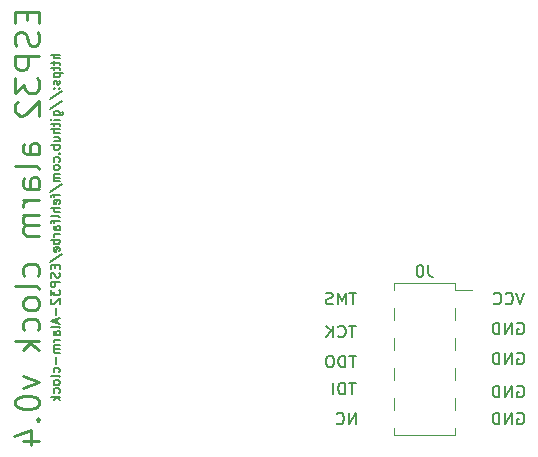
<source format=gbr>
%TF.GenerationSoftware,KiCad,Pcbnew,6.0.10-86aedd382b~118~ubuntu22.04.1*%
%TF.CreationDate,2023-01-08T15:51:37+01:00*%
%TF.ProjectId,mp3alarm,6d703361-6c61-4726-9d2e-6b696361645f,v0.2*%
%TF.SameCoordinates,Original*%
%TF.FileFunction,Legend,Bot*%
%TF.FilePolarity,Positive*%
%FSLAX46Y46*%
G04 Gerber Fmt 4.6, Leading zero omitted, Abs format (unit mm)*
G04 Created by KiCad (PCBNEW 6.0.10-86aedd382b~118~ubuntu22.04.1) date 2023-01-08 15:51:37*
%MOMM*%
%LPD*%
G01*
G04 APERTURE LIST*
%ADD10C,0.150000*%
%ADD11C,0.228600*%
%ADD12C,0.127000*%
%ADD13C,0.120000*%
G04 APERTURE END LIST*
D10*
X92225714Y-104084380D02*
X92225714Y-103084380D01*
X91654285Y-104084380D01*
X91654285Y-103084380D01*
X90606666Y-103989142D02*
X90654285Y-104036761D01*
X90797142Y-104084380D01*
X90892380Y-104084380D01*
X91035238Y-104036761D01*
X91130476Y-103941523D01*
X91178095Y-103846285D01*
X91225714Y-103655809D01*
X91225714Y-103512952D01*
X91178095Y-103322476D01*
X91130476Y-103227238D01*
X91035238Y-103132000D01*
X90892380Y-103084380D01*
X90797142Y-103084380D01*
X90654285Y-103132000D01*
X90606666Y-103179619D01*
X105917904Y-95512000D02*
X106013142Y-95464380D01*
X106156000Y-95464380D01*
X106298857Y-95512000D01*
X106394095Y-95607238D01*
X106441714Y-95702476D01*
X106489333Y-95892952D01*
X106489333Y-96035809D01*
X106441714Y-96226285D01*
X106394095Y-96321523D01*
X106298857Y-96416761D01*
X106156000Y-96464380D01*
X106060761Y-96464380D01*
X105917904Y-96416761D01*
X105870285Y-96369142D01*
X105870285Y-96035809D01*
X106060761Y-96035809D01*
X105441714Y-96464380D02*
X105441714Y-95464380D01*
X104870285Y-96464380D01*
X104870285Y-95464380D01*
X104394095Y-96464380D02*
X104394095Y-95464380D01*
X104156000Y-95464380D01*
X104013142Y-95512000D01*
X103917904Y-95607238D01*
X103870285Y-95702476D01*
X103822666Y-95892952D01*
X103822666Y-96035809D01*
X103870285Y-96226285D01*
X103917904Y-96321523D01*
X104013142Y-96416761D01*
X104156000Y-96464380D01*
X104394095Y-96464380D01*
D11*
X64370857Y-69136380D02*
X64370857Y-69813714D01*
X65435238Y-70104000D02*
X65435238Y-69136380D01*
X63403238Y-69136380D01*
X63403238Y-70104000D01*
X65338476Y-70878095D02*
X65435238Y-71168380D01*
X65435238Y-71652190D01*
X65338476Y-71845714D01*
X65241714Y-71942476D01*
X65048190Y-72039238D01*
X64854666Y-72039238D01*
X64661142Y-71942476D01*
X64564380Y-71845714D01*
X64467619Y-71652190D01*
X64370857Y-71265142D01*
X64274095Y-71071619D01*
X64177333Y-70974857D01*
X63983809Y-70878095D01*
X63790285Y-70878095D01*
X63596761Y-70974857D01*
X63500000Y-71071619D01*
X63403238Y-71265142D01*
X63403238Y-71748952D01*
X63500000Y-72039238D01*
X65435238Y-72910095D02*
X63403238Y-72910095D01*
X63403238Y-73684190D01*
X63500000Y-73877714D01*
X63596761Y-73974476D01*
X63790285Y-74071238D01*
X64080571Y-74071238D01*
X64274095Y-73974476D01*
X64370857Y-73877714D01*
X64467619Y-73684190D01*
X64467619Y-72910095D01*
X63403238Y-74748571D02*
X63403238Y-76006476D01*
X64177333Y-75329142D01*
X64177333Y-75619428D01*
X64274095Y-75812952D01*
X64370857Y-75909714D01*
X64564380Y-76006476D01*
X65048190Y-76006476D01*
X65241714Y-75909714D01*
X65338476Y-75812952D01*
X65435238Y-75619428D01*
X65435238Y-75038857D01*
X65338476Y-74845333D01*
X65241714Y-74748571D01*
X63596761Y-76780571D02*
X63500000Y-76877333D01*
X63403238Y-77070857D01*
X63403238Y-77554666D01*
X63500000Y-77748190D01*
X63596761Y-77844952D01*
X63790285Y-77941714D01*
X63983809Y-77941714D01*
X64274095Y-77844952D01*
X65435238Y-76683809D01*
X65435238Y-77941714D01*
X65435238Y-81231619D02*
X64370857Y-81231619D01*
X64177333Y-81134857D01*
X64080571Y-80941333D01*
X64080571Y-80554285D01*
X64177333Y-80360761D01*
X65338476Y-81231619D02*
X65435238Y-81038095D01*
X65435238Y-80554285D01*
X65338476Y-80360761D01*
X65144952Y-80264000D01*
X64951428Y-80264000D01*
X64757904Y-80360761D01*
X64661142Y-80554285D01*
X64661142Y-81038095D01*
X64564380Y-81231619D01*
X65435238Y-82489523D02*
X65338476Y-82296000D01*
X65144952Y-82199238D01*
X63403238Y-82199238D01*
X65435238Y-84134476D02*
X64370857Y-84134476D01*
X64177333Y-84037714D01*
X64080571Y-83844190D01*
X64080571Y-83457142D01*
X64177333Y-83263619D01*
X65338476Y-84134476D02*
X65435238Y-83940952D01*
X65435238Y-83457142D01*
X65338476Y-83263619D01*
X65144952Y-83166857D01*
X64951428Y-83166857D01*
X64757904Y-83263619D01*
X64661142Y-83457142D01*
X64661142Y-83940952D01*
X64564380Y-84134476D01*
X65435238Y-85102095D02*
X64080571Y-85102095D01*
X64467619Y-85102095D02*
X64274095Y-85198857D01*
X64177333Y-85295619D01*
X64080571Y-85489142D01*
X64080571Y-85682666D01*
X65435238Y-86360000D02*
X64080571Y-86360000D01*
X64274095Y-86360000D02*
X64177333Y-86456761D01*
X64080571Y-86650285D01*
X64080571Y-86940571D01*
X64177333Y-87134095D01*
X64370857Y-87230857D01*
X65435238Y-87230857D01*
X64370857Y-87230857D02*
X64177333Y-87327619D01*
X64080571Y-87521142D01*
X64080571Y-87811428D01*
X64177333Y-88004952D01*
X64370857Y-88101714D01*
X65435238Y-88101714D01*
X65338476Y-91488380D02*
X65435238Y-91294857D01*
X65435238Y-90907809D01*
X65338476Y-90714285D01*
X65241714Y-90617523D01*
X65048190Y-90520761D01*
X64467619Y-90520761D01*
X64274095Y-90617523D01*
X64177333Y-90714285D01*
X64080571Y-90907809D01*
X64080571Y-91294857D01*
X64177333Y-91488380D01*
X65435238Y-92649523D02*
X65338476Y-92456000D01*
X65144952Y-92359238D01*
X63403238Y-92359238D01*
X65435238Y-93713904D02*
X65338476Y-93520380D01*
X65241714Y-93423619D01*
X65048190Y-93326857D01*
X64467619Y-93326857D01*
X64274095Y-93423619D01*
X64177333Y-93520380D01*
X64080571Y-93713904D01*
X64080571Y-94004190D01*
X64177333Y-94197714D01*
X64274095Y-94294476D01*
X64467619Y-94391238D01*
X65048190Y-94391238D01*
X65241714Y-94294476D01*
X65338476Y-94197714D01*
X65435238Y-94004190D01*
X65435238Y-93713904D01*
X65338476Y-96132952D02*
X65435238Y-95939428D01*
X65435238Y-95552380D01*
X65338476Y-95358857D01*
X65241714Y-95262095D01*
X65048190Y-95165333D01*
X64467619Y-95165333D01*
X64274095Y-95262095D01*
X64177333Y-95358857D01*
X64080571Y-95552380D01*
X64080571Y-95939428D01*
X64177333Y-96132952D01*
X65435238Y-97003809D02*
X63403238Y-97003809D01*
X64661142Y-97197333D02*
X65435238Y-97777904D01*
X64080571Y-97777904D02*
X64854666Y-97003809D01*
X64080571Y-100003428D02*
X65435238Y-100487238D01*
X64080571Y-100971047D01*
X63403238Y-102132190D02*
X63403238Y-102325714D01*
X63500000Y-102519238D01*
X63596761Y-102616000D01*
X63790285Y-102712761D01*
X64177333Y-102809523D01*
X64661142Y-102809523D01*
X65048190Y-102712761D01*
X65241714Y-102616000D01*
X65338476Y-102519238D01*
X65435238Y-102325714D01*
X65435238Y-102132190D01*
X65338476Y-101938666D01*
X65241714Y-101841904D01*
X65048190Y-101745142D01*
X64661142Y-101648380D01*
X64177333Y-101648380D01*
X63790285Y-101745142D01*
X63596761Y-101841904D01*
X63500000Y-101938666D01*
X63403238Y-102132190D01*
X65241714Y-103680380D02*
X65338476Y-103777142D01*
X65435238Y-103680380D01*
X65338476Y-103583619D01*
X65241714Y-103680380D01*
X65435238Y-103680380D01*
X64080571Y-105518857D02*
X65435238Y-105518857D01*
X63306476Y-105035047D02*
X64757904Y-104551238D01*
X64757904Y-105809142D01*
D10*
X92265333Y-92924380D02*
X91693904Y-92924380D01*
X91979619Y-93924380D02*
X91979619Y-92924380D01*
X91360571Y-93924380D02*
X91360571Y-92924380D01*
X91027238Y-93638666D01*
X90693904Y-92924380D01*
X90693904Y-93924380D01*
X90265333Y-93876761D02*
X90122476Y-93924380D01*
X89884380Y-93924380D01*
X89789142Y-93876761D01*
X89741523Y-93829142D01*
X89693904Y-93733904D01*
X89693904Y-93638666D01*
X89741523Y-93543428D01*
X89789142Y-93495809D01*
X89884380Y-93448190D01*
X90074857Y-93400571D01*
X90170095Y-93352952D01*
X90217714Y-93305333D01*
X90265333Y-93210095D01*
X90265333Y-93114857D01*
X90217714Y-93019619D01*
X90170095Y-92972000D01*
X90074857Y-92924380D01*
X89836761Y-92924380D01*
X89693904Y-92972000D01*
X92217714Y-95718380D02*
X91646285Y-95718380D01*
X91932000Y-96718380D02*
X91932000Y-95718380D01*
X90741523Y-96623142D02*
X90789142Y-96670761D01*
X90932000Y-96718380D01*
X91027238Y-96718380D01*
X91170095Y-96670761D01*
X91265333Y-96575523D01*
X91312952Y-96480285D01*
X91360571Y-96289809D01*
X91360571Y-96146952D01*
X91312952Y-95956476D01*
X91265333Y-95861238D01*
X91170095Y-95766000D01*
X91027238Y-95718380D01*
X90932000Y-95718380D01*
X90789142Y-95766000D01*
X90741523Y-95813619D01*
X90312952Y-96718380D02*
X90312952Y-95718380D01*
X89741523Y-96718380D02*
X90170095Y-96146952D01*
X89741523Y-95718380D02*
X90312952Y-96289809D01*
X105917904Y-100846000D02*
X106013142Y-100798380D01*
X106156000Y-100798380D01*
X106298857Y-100846000D01*
X106394095Y-100941238D01*
X106441714Y-101036476D01*
X106489333Y-101226952D01*
X106489333Y-101369809D01*
X106441714Y-101560285D01*
X106394095Y-101655523D01*
X106298857Y-101750761D01*
X106156000Y-101798380D01*
X106060761Y-101798380D01*
X105917904Y-101750761D01*
X105870285Y-101703142D01*
X105870285Y-101369809D01*
X106060761Y-101369809D01*
X105441714Y-101798380D02*
X105441714Y-100798380D01*
X104870285Y-101798380D01*
X104870285Y-100798380D01*
X104394095Y-101798380D02*
X104394095Y-100798380D01*
X104156000Y-100798380D01*
X104013142Y-100846000D01*
X103917904Y-100941238D01*
X103870285Y-101036476D01*
X103822666Y-101226952D01*
X103822666Y-101369809D01*
X103870285Y-101560285D01*
X103917904Y-101655523D01*
X104013142Y-101750761D01*
X104156000Y-101798380D01*
X104394095Y-101798380D01*
X92209809Y-100544380D02*
X91638380Y-100544380D01*
X91924095Y-101544380D02*
X91924095Y-100544380D01*
X91305047Y-101544380D02*
X91305047Y-100544380D01*
X91066952Y-100544380D01*
X90924095Y-100592000D01*
X90828857Y-100687238D01*
X90781238Y-100782476D01*
X90733619Y-100972952D01*
X90733619Y-101115809D01*
X90781238Y-101306285D01*
X90828857Y-101401523D01*
X90924095Y-101496761D01*
X91066952Y-101544380D01*
X91305047Y-101544380D01*
X90305047Y-101544380D02*
X90305047Y-100544380D01*
D12*
X67146714Y-72771000D02*
X66384714Y-72771000D01*
X67146714Y-73097571D02*
X66747571Y-73097571D01*
X66675000Y-73061285D01*
X66638714Y-72988714D01*
X66638714Y-72879857D01*
X66675000Y-72807285D01*
X66711285Y-72771000D01*
X66638714Y-73351571D02*
X66638714Y-73641857D01*
X66384714Y-73460428D02*
X67037857Y-73460428D01*
X67110428Y-73496714D01*
X67146714Y-73569285D01*
X67146714Y-73641857D01*
X66638714Y-73787000D02*
X66638714Y-74077285D01*
X66384714Y-73895857D02*
X67037857Y-73895857D01*
X67110428Y-73932142D01*
X67146714Y-74004714D01*
X67146714Y-74077285D01*
X66638714Y-74331285D02*
X67400714Y-74331285D01*
X66675000Y-74331285D02*
X66638714Y-74403857D01*
X66638714Y-74549000D01*
X66675000Y-74621571D01*
X66711285Y-74657857D01*
X66783857Y-74694142D01*
X67001571Y-74694142D01*
X67074142Y-74657857D01*
X67110428Y-74621571D01*
X67146714Y-74549000D01*
X67146714Y-74403857D01*
X67110428Y-74331285D01*
X67110428Y-74984428D02*
X67146714Y-75057000D01*
X67146714Y-75202142D01*
X67110428Y-75274714D01*
X67037857Y-75311000D01*
X67001571Y-75311000D01*
X66929000Y-75274714D01*
X66892714Y-75202142D01*
X66892714Y-75093285D01*
X66856428Y-75020714D01*
X66783857Y-74984428D01*
X66747571Y-74984428D01*
X66675000Y-75020714D01*
X66638714Y-75093285D01*
X66638714Y-75202142D01*
X66675000Y-75274714D01*
X67074142Y-75637571D02*
X67110428Y-75673857D01*
X67146714Y-75637571D01*
X67110428Y-75601285D01*
X67074142Y-75637571D01*
X67146714Y-75637571D01*
X66675000Y-75637571D02*
X66711285Y-75673857D01*
X66747571Y-75637571D01*
X66711285Y-75601285D01*
X66675000Y-75637571D01*
X66747571Y-75637571D01*
X66348428Y-76544714D02*
X67328142Y-75891571D01*
X66348428Y-77342999D02*
X67328142Y-76689857D01*
X66638714Y-77923571D02*
X67255571Y-77923571D01*
X67328142Y-77887285D01*
X67364428Y-77850999D01*
X67400714Y-77778428D01*
X67400714Y-77669571D01*
X67364428Y-77596999D01*
X67110428Y-77923571D02*
X67146714Y-77850999D01*
X67146714Y-77705857D01*
X67110428Y-77633285D01*
X67074142Y-77596999D01*
X67001571Y-77560714D01*
X66783857Y-77560714D01*
X66711285Y-77596999D01*
X66675000Y-77633285D01*
X66638714Y-77705857D01*
X66638714Y-77850999D01*
X66675000Y-77923571D01*
X67146714Y-78286428D02*
X66638714Y-78286428D01*
X66384714Y-78286428D02*
X66421000Y-78250142D01*
X66457285Y-78286428D01*
X66421000Y-78322714D01*
X66384714Y-78286428D01*
X66457285Y-78286428D01*
X66638714Y-78540428D02*
X66638714Y-78830714D01*
X66384714Y-78649285D02*
X67037857Y-78649285D01*
X67110428Y-78685571D01*
X67146714Y-78758142D01*
X67146714Y-78830714D01*
X67146714Y-79084714D02*
X66384714Y-79084714D01*
X67146714Y-79411285D02*
X66747571Y-79411285D01*
X66675000Y-79374999D01*
X66638714Y-79302428D01*
X66638714Y-79193571D01*
X66675000Y-79120999D01*
X66711285Y-79084714D01*
X66638714Y-80100714D02*
X67146714Y-80100714D01*
X66638714Y-79774142D02*
X67037857Y-79774142D01*
X67110428Y-79810428D01*
X67146714Y-79882999D01*
X67146714Y-79991857D01*
X67110428Y-80064428D01*
X67074142Y-80100714D01*
X67146714Y-80463571D02*
X66384714Y-80463571D01*
X66675000Y-80463571D02*
X66638714Y-80536142D01*
X66638714Y-80681285D01*
X66675000Y-80753857D01*
X66711285Y-80790142D01*
X66783857Y-80826428D01*
X67001571Y-80826428D01*
X67074142Y-80790142D01*
X67110428Y-80753857D01*
X67146714Y-80681285D01*
X67146714Y-80536142D01*
X67110428Y-80463571D01*
X67074142Y-81152999D02*
X67110428Y-81189285D01*
X67146714Y-81152999D01*
X67110428Y-81116714D01*
X67074142Y-81152999D01*
X67146714Y-81152999D01*
X67110428Y-81842428D02*
X67146714Y-81769857D01*
X67146714Y-81624714D01*
X67110428Y-81552142D01*
X67074142Y-81515857D01*
X67001571Y-81479571D01*
X66783857Y-81479571D01*
X66711285Y-81515857D01*
X66675000Y-81552142D01*
X66638714Y-81624714D01*
X66638714Y-81769857D01*
X66675000Y-81842428D01*
X67146714Y-82277857D02*
X67110428Y-82205285D01*
X67074142Y-82168999D01*
X67001571Y-82132714D01*
X66783857Y-82132714D01*
X66711285Y-82168999D01*
X66675000Y-82205285D01*
X66638714Y-82277857D01*
X66638714Y-82386714D01*
X66675000Y-82459285D01*
X66711285Y-82495571D01*
X66783857Y-82531857D01*
X67001571Y-82531857D01*
X67074142Y-82495571D01*
X67110428Y-82459285D01*
X67146714Y-82386714D01*
X67146714Y-82277857D01*
X67146714Y-82858428D02*
X66638714Y-82858428D01*
X66711285Y-82858428D02*
X66675000Y-82894714D01*
X66638714Y-82967285D01*
X66638714Y-83076142D01*
X66675000Y-83148714D01*
X66747571Y-83184999D01*
X67146714Y-83184999D01*
X66747571Y-83184999D02*
X66675000Y-83221285D01*
X66638714Y-83293857D01*
X66638714Y-83402714D01*
X66675000Y-83475285D01*
X66747571Y-83511571D01*
X67146714Y-83511571D01*
X66348428Y-84418714D02*
X67328142Y-83765571D01*
X66638714Y-84563857D02*
X66638714Y-84854142D01*
X67146714Y-84672714D02*
X66493571Y-84672714D01*
X66421000Y-84708999D01*
X66384714Y-84781571D01*
X66384714Y-84854142D01*
X67110428Y-85398428D02*
X67146714Y-85325857D01*
X67146714Y-85180714D01*
X67110428Y-85108142D01*
X67037857Y-85071857D01*
X66747571Y-85071857D01*
X66675000Y-85108142D01*
X66638714Y-85180714D01*
X66638714Y-85325857D01*
X66675000Y-85398428D01*
X66747571Y-85434714D01*
X66820142Y-85434714D01*
X66892714Y-85071857D01*
X67146714Y-85761285D02*
X66384714Y-85761285D01*
X67146714Y-86087857D02*
X66747571Y-86087857D01*
X66675000Y-86051571D01*
X66638714Y-85978999D01*
X66638714Y-85870142D01*
X66675000Y-85797571D01*
X66711285Y-85761285D01*
X67146714Y-86559571D02*
X67110428Y-86486999D01*
X67037857Y-86450714D01*
X66384714Y-86450714D01*
X66638714Y-86740999D02*
X66638714Y-87031285D01*
X67146714Y-86849857D02*
X66493571Y-86849857D01*
X66421000Y-86886142D01*
X66384714Y-86958714D01*
X66384714Y-87031285D01*
X67146714Y-87611857D02*
X66747571Y-87611857D01*
X66675000Y-87575571D01*
X66638714Y-87502999D01*
X66638714Y-87357857D01*
X66675000Y-87285285D01*
X67110428Y-87611857D02*
X67146714Y-87539285D01*
X67146714Y-87357857D01*
X67110428Y-87285285D01*
X67037857Y-87248999D01*
X66965285Y-87248999D01*
X66892714Y-87285285D01*
X66856428Y-87357857D01*
X66856428Y-87539285D01*
X66820142Y-87611857D01*
X67146714Y-87974714D02*
X66638714Y-87974714D01*
X66783857Y-87974714D02*
X66711285Y-88010999D01*
X66675000Y-88047285D01*
X66638714Y-88119857D01*
X66638714Y-88192428D01*
X67146714Y-88446428D02*
X66384714Y-88446428D01*
X66675000Y-88446428D02*
X66638714Y-88518999D01*
X66638714Y-88664142D01*
X66675000Y-88736714D01*
X66711285Y-88772999D01*
X66783857Y-88809285D01*
X67001571Y-88809285D01*
X67074142Y-88772999D01*
X67110428Y-88736714D01*
X67146714Y-88664142D01*
X67146714Y-88518999D01*
X67110428Y-88446428D01*
X67110428Y-89426142D02*
X67146714Y-89353571D01*
X67146714Y-89208428D01*
X67110428Y-89135857D01*
X67037857Y-89099571D01*
X66747571Y-89099571D01*
X66675000Y-89135857D01*
X66638714Y-89208428D01*
X66638714Y-89353571D01*
X66675000Y-89426142D01*
X66747571Y-89462428D01*
X66820142Y-89462428D01*
X66892714Y-89099571D01*
X66348428Y-90333285D02*
X67328142Y-89680142D01*
X66747571Y-90587285D02*
X66747571Y-90841285D01*
X67146714Y-90950142D02*
X67146714Y-90587285D01*
X66384714Y-90587285D01*
X66384714Y-90950142D01*
X67110428Y-91240428D02*
X67146714Y-91349285D01*
X67146714Y-91530714D01*
X67110428Y-91603285D01*
X67074142Y-91639571D01*
X67001571Y-91675857D01*
X66929000Y-91675857D01*
X66856428Y-91639571D01*
X66820142Y-91603285D01*
X66783857Y-91530714D01*
X66747571Y-91385571D01*
X66711285Y-91312999D01*
X66675000Y-91276714D01*
X66602428Y-91240428D01*
X66529857Y-91240428D01*
X66457285Y-91276714D01*
X66421000Y-91312999D01*
X66384714Y-91385571D01*
X66384714Y-91566999D01*
X66421000Y-91675857D01*
X67146714Y-92002428D02*
X66384714Y-92002428D01*
X66384714Y-92292714D01*
X66421000Y-92365285D01*
X66457285Y-92401571D01*
X66529857Y-92437857D01*
X66638714Y-92437857D01*
X66711285Y-92401571D01*
X66747571Y-92365285D01*
X66783857Y-92292714D01*
X66783857Y-92002428D01*
X66384714Y-92691857D02*
X66384714Y-93163571D01*
X66675000Y-92909571D01*
X66675000Y-93018428D01*
X66711285Y-93090999D01*
X66747571Y-93127285D01*
X66820142Y-93163571D01*
X67001571Y-93163571D01*
X67074142Y-93127285D01*
X67110428Y-93090999D01*
X67146714Y-93018428D01*
X67146714Y-92800714D01*
X67110428Y-92728142D01*
X67074142Y-92691857D01*
X66457285Y-93453857D02*
X66421000Y-93490142D01*
X66384714Y-93562714D01*
X66384714Y-93744142D01*
X66421000Y-93816714D01*
X66457285Y-93852999D01*
X66529857Y-93889285D01*
X66602428Y-93889285D01*
X66711285Y-93852999D01*
X67146714Y-93417571D01*
X67146714Y-93889285D01*
X66856428Y-94215857D02*
X66856428Y-94796428D01*
X66929000Y-95122999D02*
X66929000Y-95485857D01*
X67146714Y-95050428D02*
X66384714Y-95304428D01*
X67146714Y-95558428D01*
X67146714Y-95921285D02*
X67110428Y-95848714D01*
X67037857Y-95812428D01*
X66384714Y-95812428D01*
X67146714Y-96538142D02*
X66747571Y-96538142D01*
X66675000Y-96501857D01*
X66638714Y-96429285D01*
X66638714Y-96284142D01*
X66675000Y-96211571D01*
X67110428Y-96538142D02*
X67146714Y-96465571D01*
X67146714Y-96284142D01*
X67110428Y-96211571D01*
X67037857Y-96175285D01*
X66965285Y-96175285D01*
X66892714Y-96211571D01*
X66856428Y-96284142D01*
X66856428Y-96465571D01*
X66820142Y-96538142D01*
X67146714Y-96900999D02*
X66638714Y-96900999D01*
X66783857Y-96900999D02*
X66711285Y-96937285D01*
X66675000Y-96973571D01*
X66638714Y-97046142D01*
X66638714Y-97118714D01*
X67146714Y-97372714D02*
X66638714Y-97372714D01*
X66711285Y-97372714D02*
X66675000Y-97408999D01*
X66638714Y-97481571D01*
X66638714Y-97590428D01*
X66675000Y-97662999D01*
X66747571Y-97699285D01*
X67146714Y-97699285D01*
X66747571Y-97699285D02*
X66675000Y-97735571D01*
X66638714Y-97808142D01*
X66638714Y-97916999D01*
X66675000Y-97989571D01*
X66747571Y-98025857D01*
X67146714Y-98025857D01*
X66856428Y-98388714D02*
X66856428Y-98969285D01*
X67110428Y-99658714D02*
X67146714Y-99586142D01*
X67146714Y-99440999D01*
X67110428Y-99368428D01*
X67074142Y-99332142D01*
X67001571Y-99295857D01*
X66783857Y-99295857D01*
X66711285Y-99332142D01*
X66675000Y-99368428D01*
X66638714Y-99440999D01*
X66638714Y-99586142D01*
X66675000Y-99658714D01*
X67146714Y-100094142D02*
X67110428Y-100021571D01*
X67037857Y-99985285D01*
X66384714Y-99985285D01*
X67146714Y-100493285D02*
X67110428Y-100420714D01*
X67074142Y-100384428D01*
X67001571Y-100348142D01*
X66783857Y-100348142D01*
X66711285Y-100384428D01*
X66675000Y-100420714D01*
X66638714Y-100493285D01*
X66638714Y-100602142D01*
X66675000Y-100674714D01*
X66711285Y-100710999D01*
X66783857Y-100747285D01*
X67001571Y-100747285D01*
X67074142Y-100710999D01*
X67110428Y-100674714D01*
X67146714Y-100602142D01*
X67146714Y-100493285D01*
X67110428Y-101400428D02*
X67146714Y-101327857D01*
X67146714Y-101182714D01*
X67110428Y-101110142D01*
X67074142Y-101073857D01*
X67001571Y-101037571D01*
X66783857Y-101037571D01*
X66711285Y-101073857D01*
X66675000Y-101110142D01*
X66638714Y-101182714D01*
X66638714Y-101327857D01*
X66675000Y-101400428D01*
X67146714Y-101726999D02*
X66384714Y-101726999D01*
X66856428Y-101799571D02*
X67146714Y-102017285D01*
X66638714Y-102017285D02*
X66929000Y-101726999D01*
D10*
X105917904Y-103132000D02*
X106013142Y-103084380D01*
X106156000Y-103084380D01*
X106298857Y-103132000D01*
X106394095Y-103227238D01*
X106441714Y-103322476D01*
X106489333Y-103512952D01*
X106489333Y-103655809D01*
X106441714Y-103846285D01*
X106394095Y-103941523D01*
X106298857Y-104036761D01*
X106156000Y-104084380D01*
X106060761Y-104084380D01*
X105917904Y-104036761D01*
X105870285Y-103989142D01*
X105870285Y-103655809D01*
X106060761Y-103655809D01*
X105441714Y-104084380D02*
X105441714Y-103084380D01*
X104870285Y-104084380D01*
X104870285Y-103084380D01*
X104394095Y-104084380D02*
X104394095Y-103084380D01*
X104156000Y-103084380D01*
X104013142Y-103132000D01*
X103917904Y-103227238D01*
X103870285Y-103322476D01*
X103822666Y-103512952D01*
X103822666Y-103655809D01*
X103870285Y-103846285D01*
X103917904Y-103941523D01*
X104013142Y-104036761D01*
X104156000Y-104084380D01*
X104394095Y-104084380D01*
X92241523Y-98258380D02*
X91670095Y-98258380D01*
X91955809Y-99258380D02*
X91955809Y-98258380D01*
X91336761Y-99258380D02*
X91336761Y-98258380D01*
X91098666Y-98258380D01*
X90955809Y-98306000D01*
X90860571Y-98401238D01*
X90812952Y-98496476D01*
X90765333Y-98686952D01*
X90765333Y-98829809D01*
X90812952Y-99020285D01*
X90860571Y-99115523D01*
X90955809Y-99210761D01*
X91098666Y-99258380D01*
X91336761Y-99258380D01*
X90146285Y-98258380D02*
X89955809Y-98258380D01*
X89860571Y-98306000D01*
X89765333Y-98401238D01*
X89717714Y-98591714D01*
X89717714Y-98925047D01*
X89765333Y-99115523D01*
X89860571Y-99210761D01*
X89955809Y-99258380D01*
X90146285Y-99258380D01*
X90241523Y-99210761D01*
X90336761Y-99115523D01*
X90384380Y-98925047D01*
X90384380Y-98591714D01*
X90336761Y-98401238D01*
X90241523Y-98306000D01*
X90146285Y-98258380D01*
X105917904Y-98052000D02*
X106013142Y-98004380D01*
X106156000Y-98004380D01*
X106298857Y-98052000D01*
X106394095Y-98147238D01*
X106441714Y-98242476D01*
X106489333Y-98432952D01*
X106489333Y-98575809D01*
X106441714Y-98766285D01*
X106394095Y-98861523D01*
X106298857Y-98956761D01*
X106156000Y-99004380D01*
X106060761Y-99004380D01*
X105917904Y-98956761D01*
X105870285Y-98909142D01*
X105870285Y-98575809D01*
X106060761Y-98575809D01*
X105441714Y-99004380D02*
X105441714Y-98004380D01*
X104870285Y-99004380D01*
X104870285Y-98004380D01*
X104394095Y-99004380D02*
X104394095Y-98004380D01*
X104156000Y-98004380D01*
X104013142Y-98052000D01*
X103917904Y-98147238D01*
X103870285Y-98242476D01*
X103822666Y-98432952D01*
X103822666Y-98575809D01*
X103870285Y-98766285D01*
X103917904Y-98861523D01*
X104013142Y-98956761D01*
X104156000Y-99004380D01*
X104394095Y-99004380D01*
X106489333Y-92924380D02*
X106156000Y-93924380D01*
X105822666Y-92924380D01*
X104917904Y-93829142D02*
X104965523Y-93876761D01*
X105108380Y-93924380D01*
X105203619Y-93924380D01*
X105346476Y-93876761D01*
X105441714Y-93781523D01*
X105489333Y-93686285D01*
X105536952Y-93495809D01*
X105536952Y-93352952D01*
X105489333Y-93162476D01*
X105441714Y-93067238D01*
X105346476Y-92972000D01*
X105203619Y-92924380D01*
X105108380Y-92924380D01*
X104965523Y-92972000D01*
X104917904Y-93019619D01*
X103917904Y-93829142D02*
X103965523Y-93876761D01*
X104108380Y-93924380D01*
X104203619Y-93924380D01*
X104346476Y-93876761D01*
X104441714Y-93781523D01*
X104489333Y-93686285D01*
X104536952Y-93495809D01*
X104536952Y-93352952D01*
X104489333Y-93162476D01*
X104441714Y-93067238D01*
X104346476Y-92972000D01*
X104203619Y-92924380D01*
X104108380Y-92924380D01*
X103965523Y-92972000D01*
X103917904Y-93019619D01*
%TO.C,J0*%
X98377333Y-90594380D02*
X98377333Y-91308666D01*
X98424952Y-91451523D01*
X98520190Y-91546761D01*
X98663047Y-91594380D01*
X98758285Y-91594380D01*
X97710666Y-90594380D02*
X97615428Y-90594380D01*
X97520190Y-90642000D01*
X97472571Y-90689619D01*
X97424952Y-90784857D01*
X97377333Y-90975333D01*
X97377333Y-91213428D01*
X97424952Y-91403904D01*
X97472571Y-91499142D01*
X97520190Y-91546761D01*
X97615428Y-91594380D01*
X97710666Y-91594380D01*
X97805904Y-91546761D01*
X97853523Y-91499142D01*
X97901142Y-91403904D01*
X97948761Y-91213428D01*
X97948761Y-90975333D01*
X97901142Y-90784857D01*
X97853523Y-90689619D01*
X97805904Y-90642000D01*
X97710666Y-90594380D01*
D13*
X100644000Y-99312000D02*
X100644000Y-100332000D01*
X102084000Y-92712000D02*
X100644000Y-92712000D01*
X100644000Y-94232000D02*
X100644000Y-95252000D01*
X100644000Y-104392000D02*
X100644000Y-104962000D01*
X95444000Y-101852000D02*
X95444000Y-102872000D01*
X100644000Y-92142000D02*
X100644000Y-92712000D01*
X95444000Y-96772000D02*
X95444000Y-97792000D01*
X95444000Y-104392000D02*
X95444000Y-104962000D01*
X100644000Y-92142000D02*
X95444000Y-92142000D01*
X95444000Y-99312000D02*
X95444000Y-100332000D01*
X95444000Y-92142000D02*
X95444000Y-92712000D01*
X100644000Y-96772000D02*
X100644000Y-97792000D01*
X100644000Y-104962000D02*
X95444000Y-104962000D01*
X100644000Y-101852000D02*
X100644000Y-102872000D01*
X95444000Y-94232000D02*
X95444000Y-95252000D01*
%TD*%
M02*

</source>
